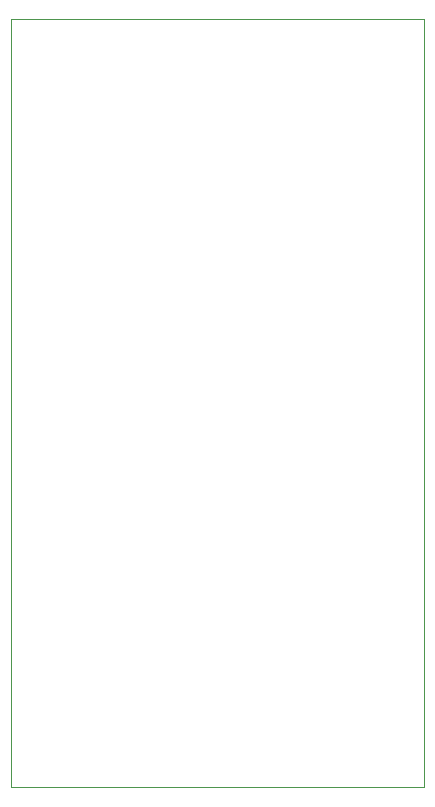
<source format=gbr>
G04 #@! TF.GenerationSoftware,KiCad,Pcbnew,7.0.1*
G04 #@! TF.CreationDate,2023-05-03T21:59:59+05:00*
G04 #@! TF.ProjectId,Breakout_TPIC6B595N_v1.0,42726561-6b6f-4757-945f-545049433642,rev?*
G04 #@! TF.SameCoordinates,Original*
G04 #@! TF.FileFunction,Profile,NP*
%FSLAX46Y46*%
G04 Gerber Fmt 4.6, Leading zero omitted, Abs format (unit mm)*
G04 Created by KiCad (PCBNEW 7.0.1) date 2023-05-03 21:59:59*
%MOMM*%
%LPD*%
G01*
G04 APERTURE LIST*
G04 #@! TA.AperFunction,Profile*
%ADD10C,0.100000*%
G04 #@! TD*
G04 APERTURE END LIST*
D10*
X121000000Y-116000000D02*
X121000000Y-51000000D01*
X156000000Y-51000000D02*
X156000000Y-116000000D01*
X121000000Y-51000000D02*
X156000000Y-51000000D01*
X156000000Y-116000000D02*
X121000000Y-116000000D01*
M02*

</source>
